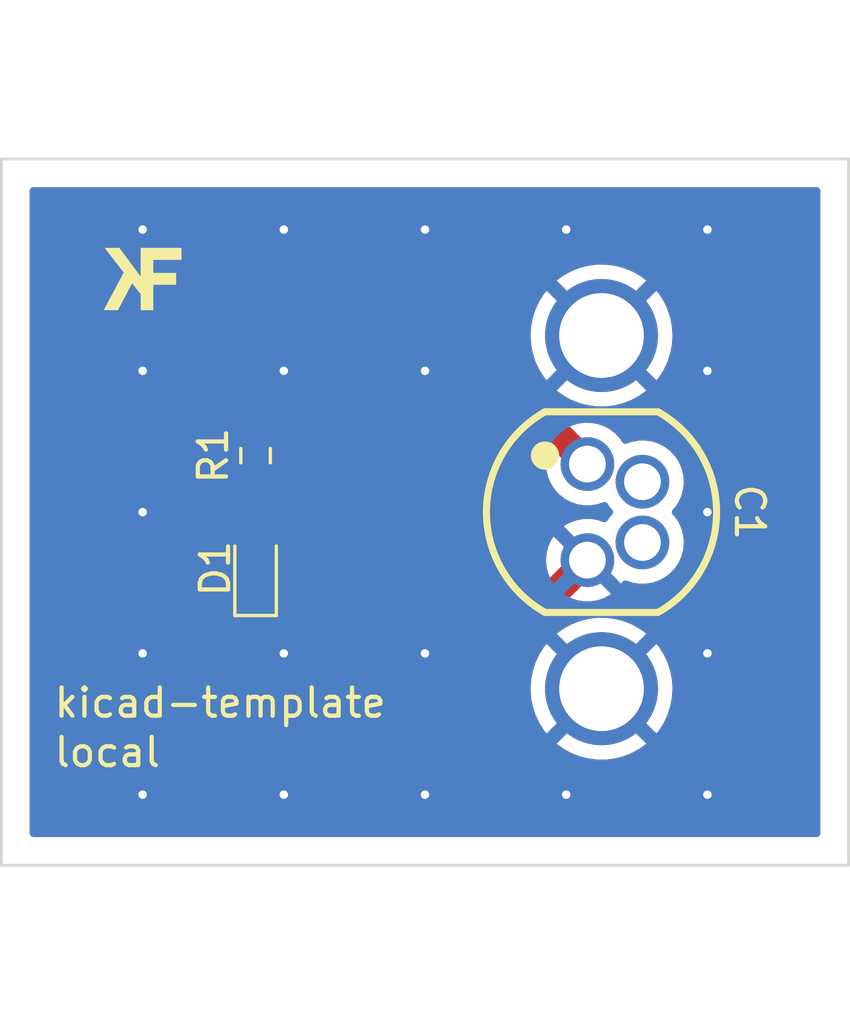
<source format=kicad_pcb>
(kicad_pcb (version 20240108) (generator "pcbnew") (generator_version "8.0")
  (title_block (title "${title}") (rev "${version}") (comment 1 "${commit_id}") (comment 2 "${commit_date}") (comment 3 "${author}"))
  (layers (0 "F.Cu" signal) (1 "In1.Cu" signal) (2 "In2.Cu" signal) (31 "B.Cu" signal) (34 "B.Paste" user) (35 "F.Paste" user) (36 "B.SilkS" user "B.Silkscreen") (37 "F.SilkS" user "F.Silkscreen") (38 "B.Mask" user) (39 "F.Mask" user) (44 "Edge.Cuts" user))
  (property "author" "-")
  (property "commit_date" "-")
  (property "commit_id" "-")
  (property "title" "kicad-template")
  (property "version" "local")
  (net 0 "")
  (net 1 "Net-(C1-Pad1)")
  (net 3 "GND")
  (net 5 "Net-(D1-Pad2)")
  (footprint "kicad-library:Conn_M8_male_straight_4pin_TE_T4040034041-000" (layer "F.Cu") (at 81.25 45 -90)
    (property "Reference" "C1" (at 0 -5.25 -90) (layer "F.SilkS"))
    (property "Value" "M8-male-straight-4pin_TE_T4040034041-000")
    (fp_line (start -3.55 2) (end -3.55 -2) (stroke (width 0.25)) (layer "F.SilkS"))
    (fp_line (start 3.55 2) (end 3.55 -2) (stroke (width 0.25)) (layer "F.SilkS"))
    (fp_arc (start 3.55 2) (mid 0 4.074452) (end -3.55 2) (stroke (width 0.25)) (layer "F.SilkS"))
    (fp_arc (start -3.55 -2) (mid 0 -4.074452) (end 3.55 -2) (stroke (width 0.25)) (layer "F.SilkS"))
    (fp_circle (center -2 2) (end -1.999999 2) (stroke (width 0.5)) (fill none) (layer "F.SilkS"))
    (pad "1" thru_hole circle (at -1.7 0.5 270) (size 1.9 1.9) (drill 1.3) (layers "*.Cu" "*.Mask") (net 1 "Net-(C1-Pad1)"))
    (pad "2" thru_hole circle (at -1.075 -1.45 270) (size 1.9 1.9) (drill 1.3) (layers "*.Cu" "*.Mask"))
    (pad "3" thru_hole circle (at 1.7 0.5 270) (size 1.9 1.9) (drill 1.3) (layers "*.Cu" "*.Mask") (net 3 "GND"))
    (pad "4" thru_hole circle (at 1.075 -1.45 270) (size 1.9 1.9) (drill 1.3) (layers "*.Cu" "*.Mask"))
    (pad "5" thru_hole circle (at -6.25 0 270) (size 4 4) (drill 3) (layers "*.Cu" "*.Mask") (net 3 "GND"))
    (pad "5" thru_hole circle (at 6.25 0 270) (size 4 4) (drill 3) (layers "*.Cu" "*.Mask") (net 3 "GND"))
    (zone (net 0) (net_name "") (layer "F.Cu") (connect_pads (clearance 0)) (min_thickness 0.254)
      (keepout (tracks not_allowed) (vias not_allowed) (pads not_allowed) (copperpour not_allowed) (footprints not_allowed))
      (fill (thermal_gap 0.508) (thermal_bridge_width 0.508))
      (polygon (pts (xy 74.5 46.75) (xy 74.5 43.25) (xy 76.75 43.25) (xy 76.75 46.75)))
    )
    (zone (net 0) (net_name "") (layer "F.Cu") (connect_pads (clearance 0)) (min_thickness 0.254)
      (keepout (tracks not_allowed) (vias not_allowed) (pads not_allowed) (copperpour not_allowed) (footprints not_allowed))
      (fill (thermal_gap 0.508) (thermal_bridge_width 0.508))
      (polygon (pts (xy 85.75 46.75) (xy 85.75 43.25) (xy 88 43.25) (xy 88 46.75)))
    )
  )
  (footprint "Resistor_SMD:R_0603_1608Metric_Pad0.98x0.95mm_HandSolder" (layer "F.Cu") (at 69 43 -90)
    (property "Reference" "R1" (at 0 1.5 90) (layer "F.SilkS"))
    (property "Value" "220")
    (fp_line (start -0.254724 0.5225) (end 0.254724 0.5225) (stroke (width 0.12)) (layer "F.SilkS"))
    (fp_line (start -0.254724 -0.5225) (end 0.254724 -0.5225) (stroke (width 0.12)) (layer "F.SilkS"))
    (pad "1" smd roundrect (at -0.9125 0 270) (size 0.975 0.95) (layers "F.Cu" "F.Paste" "F.Mask") (net 1 "Net-(C1-Pad1)"))
    (pad "2" smd roundrect (at 0.9125 0 270) (size 0.975 0.95) (layers "F.Cu" "F.Paste" "F.Mask") (net 5 "Net-(D1-Pad2)"))
  )
  (footprint "kicad-library:KF-Logo_2.7x2.2" (layer "F.Cu") (at 65 36.75)
    (property "Reference" "G***" (hide yes))
    (property "Value" "LOGO" (hide yes))
    (fp_poly (pts (xy -0.502939 -0.663955) (xy -0.461366 -0.607534) (xy -0.421227 -0.553106) (xy -0.382872 -0.501142) (xy -0.346651 -0.452114) (xy -0.312914 -0.406495) (xy -0.282011 -0.364757) (xy -0.254292 -0.327372) (xy -0.230106 -0.294811) (xy -0.209804 -0.267548) (xy -0.193736 -0.246054) (xy -0.182251 -0.230802) (xy -0.1757 -0.222263) (xy -0.174337 -0.220609) (xy -0.16825 -0.213502) (xy -0.16647 -0.20997) (xy -0.163933 -0.205641) (xy -0.156753 -0.195113) (xy -0.145792 -0.179603) (xy -0.131908 -0.16033) (xy -0.116824 -0.139683) (xy -0.066964 -0.071862) (xy -0.06579 -0.585495) (xy -0.064615 -1.099127) (xy 1.3716 -1.099127) (xy 1.3716 -0.683491) (xy 0.374072 -0.683491) (xy 0.374072 -0.212437) (xy 1.182254 -0.212437) (xy 1.182254 0.198582) (xy 0.374072 0.198582) (xy 0.374072 1.099127) (xy -0.064655 1.099127) (xy -0.064655 0.532627) (xy -0.104141 0.482214) (xy -0.118985 0.463473) (xy -0.132192 0.44719) (xy -0.142537 0.434848) (xy -0.148794 0.427929) (xy -0.149626 0.427182) (xy -0.154647 0.421947) (xy -0.155184 0.420254) (xy -0.157671 0.415608) (xy -0.164802 0.405524) (xy -0.175287 0.39162) (xy -0.187833 0.375517) (xy -0.20115 0.358834) (xy -0.213947 0.343189) (xy -0.224931 0.330204) (xy -0.232813 0.321496) (xy -0.236198 0.318654) (xy -0.239994 0.315083) (xy -0.240146 0.313732) (xy -0.242849 0.308293) (xy -0.250097 0.297551) (xy -0.260599 0.283161) (xy -0.273063 0.266773) (xy -0.286196 0.250041) (xy -0.298708 0.234617) (xy -0.309306 0.222154) (xy -0.3167 0.214304) (xy -0.319325 0.212436) (xy -0.323093 0.208842) (xy -0.323273 0.207318) (xy -0.325986 0.201545) (xy -0.3332 0.190692) (xy -0.343531 0.176799) (xy -0.347098 0.172259) (xy -0.360141 0.15678) (xy -0.368817 0.148736) (xy -0.373611 0.147703) (xy -0.374272 0.148513) (xy -0.386144 0.170604) (xy -0.39966 0.195968) (xy -0.414185 0.22339) (xy -0.429083 0.251652) (xy -0.443716 0.279537) (xy -0.457449 0.305831) (xy -0.469646 0.329315) (xy -0.479669 0.348773) (xy -0.486883 0.362989) (xy -0.490651 0.370746) (xy -0.49105 0.371763) (xy -0.494274 0.378317) (xy -0.494686 0.378691) (xy -0.497529 0.383246) (xy -0.504056 0.39486) (xy -0.513667 0.412406) (xy -0.525766 0.434758) (xy -0.539754 0.460789) (xy -0.555033 0.489373) (xy -0.571007 0.519384) (xy -0.587076 0.549695) (xy -0.602645 0.579181) (xy -0.617113 0.606714) (xy -0.629885 0.631169) (xy -0.640362 0.65142) (xy -0.647946 0.666339) (xy -0.65204 0.674801) (xy -0.652585 0.676207) (xy -0.655731 0.682925) (xy -0.656322 0.683491) (xy -0.659166 0.688046) (xy -0.665692 0.69966) (xy -0.675303 0.717206) (xy -0.687402 0.739558) (xy -0.70139 0.765589) (xy -0.71667 0.794173) (xy -0.732643 0.824184) (xy -0.748713 0.854495) (xy -0.764281 0.883981) (xy -0.77875 0.911514) (xy -0.791521 0.935969) (xy -0.801998 0.95622) (xy -0.809582 0.971139) (xy -0.813676 0.979601) (xy -0.814221 0.981007) (xy -0.817396 0.987725) (xy -0.817994 0.988291) (xy -0.821113 0.993024) (xy -0.827617 1.004354) (xy -0.836618 1.020687) (xy -0.847227 1.040432) (xy -0.849576 1.044863) (xy -0.878274 1.099127) (xy -1.122628 1.099127) (xy -1.177272 1.099046) (xy -1.225996 1.098809) (xy -1.268316 1.098425) (xy -1.303745 1.097903) (xy -1.331799 1.09725) (xy -1.351991 1.096476) (xy -1.363837 1.09559) (xy -1.366982 1.094773) (xy -1.364805 1.08834) (xy -1.359373 1.077624) (xy -1.35729 1.073991) (xy -1.35218 1.063914) (xy -1.350834 1.058073) (xy -1.351517 1.057493) (xy -1.352197 1.055571) (xy -1.3503 1.054029) (xy -1.347004 1.04932) (xy -1.34015 1.037776) (xy -1.330468 1.020744) (xy -1.318685 0.999571) (xy -1.305529 0.975604) (xy -1.291728 0.950191) (xy -1.278011 0.924678) (xy -1.265104 0.900412) (xy -1.253737 0.878741) (xy -1.244636 0.861012) (xy -1.238531 0.848572) (xy -1.236157 0.842818) (xy -1.233159 0.836266) (xy -1.232783 0.835891) (xy -1.228519 0.830124) (xy -1.222144 0.819392) (xy -1.214847 0.805992) (xy -1.207813 0.792221) (xy -1.202231 0.780379) (xy -1.199287 0.772762) (xy -1.199347 0.771165) (xy -1.199812 0.769233) (xy -1.1979 0.767702) (xy -1.194604 0.762993) (xy -1.18775 0.751449) (xy -1.178068 0.734417) (xy -1.166285 0.713244) (xy -1.153129 0.689277) (xy -1.139328 0.663864) (xy -1.125611 0.638351) (xy -1.112704 0.614085) (xy -1.101337 0.592414) (xy -1.092236 0.574685) (xy -1.086131 0.562245) (xy -1.083757 0.556491) (xy -1.080545 0.549938) (xy -1.080136 0.549563) (xy -1.077182 0.544927) (xy -1.070675 0.533451) (xy -1.061335 0.516485) (xy -1.04988 0.495379) (xy -1.037028 0.471484) (xy -1.023498 0.446149) (xy -1.010009 0.420725) (xy -0.997279 0.396561) (xy -0.986026 0.375008) (xy -0.976969 0.357415) (xy -0.970827 0.345133) (xy -0.968318 0.339512) (xy -0.968302 0.339436) (xy -0.965304 0.332884) (xy -0.964929 0.332509) (xy -0.960664 0.326742) (xy -0.95429 0.31601) (xy -0.946992 0.30261) (xy -0.939959 0.288839) (xy -0.934377 0.276997) (xy -0.931432 0.26938) (xy -0.931493 0.267784) (xy -0.931957 0.265852) (xy -0.930045 0.26432) (xy -0.926749 0.259611) (xy -0.919896 0.248067) (xy -0.910214 0.231035) (xy -0.898431 0.209862) (xy -0.885275 0.185895) (xy -0.871474 0.160482) (xy -0.857756 0.134969) (xy -0.844849 0.110703) (xy -0.833482 0.089032) (xy -0.824382 0.071303) (xy -0.818277 0.058863) (xy -0.815902 0.053109) (xy -0.812691 0.046556) (xy -0.812282 0.046182) (xy -0.809327 0.041545) (xy -0.802821 0.030069) (xy -0.793481 0.013103) (xy -0.782025 -0.008003) (xy -0.769174 -0.031898) (xy -0.755644 -0.057233) (xy -0.742155 -0.082657) (xy -0.729424 -0.106821) (xy -0.718172 -0.128374) (xy -0.709115 -0.145967) (xy -0.702973 -0.158249) (xy -0.700464 -0.16387) (xy -0.700448 -0.163946) (xy -0.69748 -0.170497) (xy -0.69711 -0.170873) (xy -0.692975 -0.176642) (xy -0.686427 -0.187711) (xy -0.678912 -0.201378) (xy -0.671878 -0.214943) (xy -0.666771 -0.225704) (xy -0.665019 -0.230777) (xy -0.667744 -0.23583) (xy -0.675258 -0.246698) (xy -0.686565 -0.262109) (xy -0.700672 -0.280795) (xy -0.716585 -0.301485) (xy -0.73331 -0.32291) (xy -0.749852 -0.343798) (xy -0.765218 -0.362882) (xy -0.778413 -0.37889) (xy -0.788443 -0.390553) (xy -0.794315 -0.396601) (xy -0.795269 -0.397164) (xy -0.797641 -0.399901) (xy -0.797172 -0.400917) (xy -0.798758 -0.406076) (xy -0.805275 -0.415489) (xy -0.812417 -0.423884) (xy -0.821701 -0.43454) (xy -0.827465 -0.442133) (xy -0.828501 -0.444579) (xy -0.830525 -0.448471) (xy -0.837294 -0.457001) (xy -0.844664 -0.465361) (xy -0.853975 -0.476042) (xy -0.859769 -0.483664) (xy -0.860828 -0.486143) (xy -0.862852 -0.490034) (xy -0.869621 -0.498565) (xy -0.876992 -0.506924) (xy -0.886302 -0.517606) (xy -0.892096 -0.525228) (xy -0.893155 -0.527706) (xy -0.895197 -0.531591) (xy -0.902003 -0.540161) (xy -0.909965 -0.549195) (xy -0.919787 -0.560433) (xy -0.926426 -0.568973) (xy -0.928255 -0.572336) (xy -0.931126 -0.577247) (xy -0.938477 -0.586407) (xy -0.944419 -0.593115) (xy -0.953587 -0.603681) (xy -0.959445 -0.611502) (xy -0.960582 -0.613896) (xy -0.963454 -0.61881) (xy -0.970804 -0.627971) (xy -0.976746 -0.634678) (xy -0.985915 -0.645245) (xy -0.991772 -0.653066) (xy -0.99291 -0.65546) (xy -0.995781 -0.660373) (xy -1.003132 -0.669535) (xy -1.009073 -0.676242) (xy -1.018242 -0.686809) (xy -1.024099 -0.694629) (xy -1.025237 -0.697024) (xy -1.028108 -0.701937) (xy -1.035459 -0.711098) (xy -1.0414 -0.717805) (xy -1.050538 -0.728127) (xy -1.056398 -0.735411) (xy -1.057564 -0.737415) (xy -1.060312 -0.741342) (xy -1.068187 -0.751837) (xy -1.08064 -0.768185) (xy -1.09712 -0.78967) (xy -1.117076 -0.815575) (xy -1.139959 -0.845186) (xy -1.165217 -0.877785) (xy -1.1923 -0.912657) (xy -1.192939 -0.91348) (xy -1.220196 -0.948562) (xy -1.245761 -0.981518) (xy -1.269064 -1.011613) (xy -1.289538 -1.038108) (xy -1.306613 -1.060267) (xy -1.31972 -1.077352) (xy -1.328291 -1.088626) (xy -1.331756 -1.093352) (xy -1.331757 -1.093355) (xy -1.330828 -1.09464) (xy -1.325988 -1.095732) (xy -1.316641 -1.096644) (xy -1.302191 -1.097389) (xy -1.28204 -1.097981) (xy -1.255594 -1.098434) (xy -1.222254 -1.098762) (xy -1.181425 -1.098977) (xy -1.13251 -1.099095) (xy -1.07933 -1.099127) (xy -0.823459 -1.099127) (xy -0.502939 -0.663955)) (stroke (width 0.01)) (fill solid) (layer "F.SilkS"))
  )
  (footprint "LED_SMD:LED_0603_1608Metric_Pad1.05x0.95mm_HandSolder" (layer "F.Cu") (at 69 47 90)
    (property "Reference" "D1" (at 0 -1.43 90) (layer "F.SilkS"))
    (property "Value" "green")
    (fp_line (start 0.8 -0.735) (end -1.66 -0.735) (stroke (width 0.12)) (layer "F.SilkS"))
    (fp_line (start -1.66 -0.735) (end -1.66 0.735) (stroke (width 0.12)) (layer "F.SilkS"))
    (fp_line (start -1.66 0.735) (end 0.8 0.735) (stroke (width 0.12)) (layer "F.SilkS"))
    (pad "1" smd roundrect (at -0.875 0 90) (size 1.05 0.95) (layers "F.Cu" "F.Paste" "F.Mask") (net 3 "GND"))
    (pad "2" smd roundrect (at 0.875 0 90) (size 1.05 0.95) (layers "F.Cu" "F.Paste" "F.Mask") (net 5 "Net-(D1-Pad2)"))
  )
  (gr_line (start 90 57.5) (end 90 32.5) (stroke (width 0.1)) (layer "Edge.Cuts"))
  (gr_line (start 60 32.5) (end 60 57.5) (stroke (width 0.1)) (layer "Edge.Cuts"))
  (gr_line (start 60 57.5) (end 90 57.5) (stroke (width 0.1)) (layer "Edge.Cuts"))
  (gr_line (start 90 32.5) (end 60 32.5) (stroke (width 0.1)) (layer "Edge.Cuts"))
  (gr_text "${version}" (at 63.75 53.5 0) (layer "F.SilkS") (effects (font (size 1 1))))
  (gr_text "kicad-template" (at 67.75 51.75 0) (layer "F.SilkS") (effects (font (size 1 1))))
  (segment (start 79.5375 42.0875) (end 80.75 43.3) (width 1) (layer "F.Cu") (net 1))
  (segment (start 69 42.0875) (end 79.5375 42.0875) (width 1) (layer "F.Cu") (net 1))
  (segment (start 79.575 47.875) (end 80.75 46.7) (width 1) (layer "F.Cu") (net 3))
  (segment (start 69 47.875) (end 79.575 47.875) (width 1) (layer "F.Cu") (net 3))
  (via (at 65 40) (size 0.6) (drill 0.3) (layers "F.Cu" "B.Cu") (net 3))
  (via (at 75 40) (size 0.6) (drill 0.3) (layers "F.Cu" "B.Cu") (net 3))
  (via (at 65 45) (size 0.6) (drill 0.3) (layers "F.Cu" "B.Cu") (net 3))
  (via (at 65 35) (size 0.6) (drill 0.3) (layers "F.Cu" "B.Cu") (net 3))
  (via (at 85 45) (size 0.6) (drill 0.3) (layers "F.Cu" "B.Cu") (net 3))
  (via (at 85 50) (size 0.6) (drill 0.3) (layers "F.Cu" "B.Cu") (net 3))
  (via (at 80 35) (size 0.6) (drill 0.3) (layers "F.Cu" "B.Cu") (net 3))
  (via (at 85 35) (size 0.6) (drill 0.3) (layers "F.Cu" "B.Cu") (net 3))
  (via (at 70 35) (size 0.6) (drill 0.3) (layers "F.Cu" "B.Cu") (net 3))
  (via (at 65 55) (size 0.6) (drill 0.3) (layers "F.Cu" "B.Cu") (net 3))
  (via (at 65 50) (size 0.6) (drill 0.3) (layers "F.Cu" "B.Cu") (net 3))
  (via (at 75 50) (size 0.6) (drill 0.3) (layers "F.Cu" "B.Cu") (net 3))
  (via (at 85 40) (size 0.6) (drill 0.3) (layers "F.Cu" "B.Cu") (net 3))
  (via (at 70 55) (size 0.6) (drill 0.3) (layers "F.Cu" "B.Cu") (net 3))
  (via (at 80 55) (size 0.6) (drill 0.3) (layers "F.Cu" "B.Cu") (net 3))
  (via (at 75 55) (size 0.6) (drill 0.3) (layers "F.Cu" "B.Cu") (net 3))
  (via (at 70 40) (size 0.6) (drill 0.3) (layers "F.Cu" "B.Cu") (net 3))
  (via (at 70 50) (size 0.6) (drill 0.3) (layers "F.Cu" "B.Cu") (net 3))
  (via (at 85 55) (size 0.6) (drill 0.3) (layers "F.Cu" "B.Cu") (net 3))
  (via (at 75 35) (size 0.6) (drill 0.3) (layers "F.Cu" "B.Cu") (net 3))
  (segment (start 69 43.9125) (end 69 46.125) (width 1) (layer "F.Cu") (net 5))
  (zone (net 3) (net_name "GND") (layers "F.Cu" "In1.Cu" "In2.Cu" "B.Cu") (connect_pads (clearance 0.508)) (min_thickness 0.254) (fill yes (thermal_gap 0.508) (thermal_bridge_width 0.508))
    (polygon (pts (xy 89 56.5) (xy 61 56.5) (xy 61 33.5) (xy 89 33.5)))
  )
)
</source>
